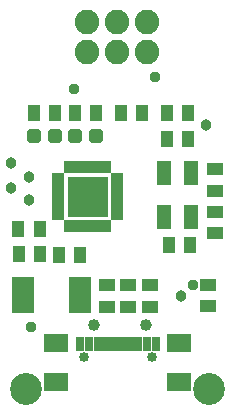
<source format=gbr>
G04 EAGLE Gerber RS-274X export*
G75*
%MOMM*%
%FSLAX34Y34*%
%LPD*%
%INSoldermask Top*%
%IPPOS*%
%AMOC8*
5,1,8,0,0,1.08239X$1,22.5*%
G01*
%ADD10C,2.703200*%
%ADD11R,1.003200X0.487800*%
%ADD12R,0.487800X1.003200*%
%ADD13R,3.353200X3.353200*%
%ADD14R,1.303200X2.103200*%
%ADD15R,1.403200X1.003200*%
%ADD16R,1.003200X1.403200*%
%ADD17R,0.503200X1.203200*%
%ADD18R,0.803200X1.203200*%
%ADD19C,0.853200*%
%ADD20R,2.003200X1.553200*%
%ADD21R,1.879600X3.098800*%
%ADD22C,2.082800*%
%ADD23C,0.965200*%
%ADD24C,0.505344*%
%ADD25C,0.959600*%
%ADD26C,1.009600*%


D10*
X26519Y27087D03*
X181519Y27087D03*
D11*
X103819Y172587D03*
X103819Y177587D03*
X103819Y182587D03*
X103819Y187587D03*
X103819Y192587D03*
X103819Y197587D03*
X103819Y202587D03*
X103819Y207587D03*
D12*
X96319Y215087D03*
X91319Y215087D03*
X86319Y215087D03*
X81319Y215087D03*
X76319Y215087D03*
X71319Y215087D03*
X66319Y215087D03*
X61319Y215087D03*
D11*
X53819Y207587D03*
X53819Y202587D03*
X53819Y197587D03*
X53819Y192587D03*
X53819Y187587D03*
X53819Y182587D03*
X53819Y177587D03*
X53819Y172587D03*
D12*
X61319Y165087D03*
X66319Y165087D03*
X71319Y165087D03*
X76319Y165087D03*
X81319Y165087D03*
X86319Y165087D03*
X91319Y165087D03*
X96319Y165087D03*
D13*
X78819Y190087D03*
D14*
X166119Y173187D03*
X143119Y210187D03*
X143119Y173187D03*
X166119Y210187D03*
D15*
X186419Y158987D03*
X186419Y176987D03*
D16*
X147419Y149087D03*
X165419Y149087D03*
D15*
X186419Y213187D03*
X186419Y195187D03*
D16*
X20019Y162887D03*
X38019Y162887D03*
X72619Y140887D03*
X54619Y140887D03*
D17*
X111819Y65487D03*
X106819Y65487D03*
D18*
X136569Y65487D03*
X128819Y65487D03*
D17*
X121819Y65487D03*
X116819Y65487D03*
X96819Y65487D03*
X101819Y65487D03*
D18*
X72069Y65487D03*
X79819Y65487D03*
D17*
X86819Y65487D03*
X91819Y65487D03*
D19*
X75419Y54437D03*
X133219Y54437D03*
D20*
X52319Y65887D03*
X156319Y65887D03*
X156319Y32887D03*
X52319Y32887D03*
D15*
X113319Y96987D03*
X113319Y114987D03*
X95219Y96987D03*
X95219Y114987D03*
D21*
X71895Y106587D03*
X24143Y106587D03*
D15*
X131519Y114987D03*
X131519Y96987D03*
D16*
X163819Y238687D03*
X145819Y238687D03*
D15*
X181019Y97087D03*
X181019Y115087D03*
D16*
X38519Y141087D03*
X20519Y141087D03*
D22*
X78619Y312887D03*
X78619Y338287D03*
X104019Y312887D03*
X104019Y338287D03*
X129419Y312887D03*
X129419Y338287D03*
D23*
X14019Y218587D03*
X29019Y206587D03*
X14019Y197587D03*
X29019Y187587D03*
X158019Y105587D03*
X179019Y250587D03*
D16*
X125019Y260587D03*
X107019Y260587D03*
X146019Y260587D03*
X164019Y260587D03*
D24*
X47299Y245077D02*
X47299Y238097D01*
X47299Y245077D02*
X54279Y245077D01*
X54279Y238097D01*
X47299Y238097D01*
X47299Y242897D02*
X54279Y242897D01*
X29759Y245077D02*
X29759Y238097D01*
X29759Y245077D02*
X36739Y245077D01*
X36739Y238097D01*
X29759Y238097D01*
X29759Y242897D02*
X36739Y242897D01*
X82299Y245077D02*
X82299Y238097D01*
X82299Y245077D02*
X89279Y245077D01*
X89279Y238097D01*
X82299Y238097D01*
X82299Y242897D02*
X89279Y242897D01*
X64759Y245077D02*
X64759Y238097D01*
X64759Y245077D02*
X71739Y245077D01*
X71739Y238097D01*
X64759Y238097D01*
X64759Y242897D02*
X71739Y242897D01*
D16*
X51019Y260587D03*
X33019Y260587D03*
X68019Y260587D03*
X86019Y260587D03*
D25*
X31019Y79587D03*
X168019Y115087D03*
X67019Y281587D03*
X136019Y291587D03*
D26*
X128019Y81587D03*
X83819Y81787D03*
M02*

</source>
